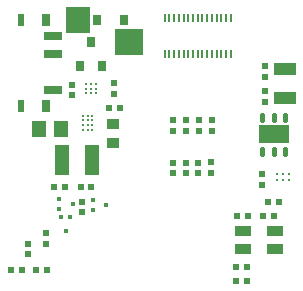
<source format=gbr>
G04 EAGLE Gerber RS-274X export*
G75*
%MOMM*%
%FSLAX34Y34*%
%LPD*%
%INSolderpaste Bottom*%
%IPPOS*%
%AMOC8*
5,1,8,0,0,1.08239X$1,22.5*%
G01*
%ADD10R,0.620000X0.620000*%
%ADD11R,1.000000X0.950000*%
%ADD12R,1.150000X1.450000*%
%ADD13R,2.489200X2.235200*%
%ADD14R,0.187963X0.685800*%
%ADD15R,1.308100X2.540000*%
%ADD16R,0.797459X0.900000*%
%ADD17R,0.350000X0.450000*%
%ADD18R,0.350000X0.350000*%
%ADD19R,0.450000X0.350000*%
%ADD20R,0.500000X0.500000*%
%ADD21R,1.500000X0.700000*%
%ADD22R,0.600000X1.000000*%
%ADD23R,0.800000X1.000000*%
%ADD24C,0.243841*%
%ADD25C,0.240031*%
%ADD26R,0.800000X0.900000*%
%ADD27R,2.500000X1.600000*%
%ADD28C,0.450000*%
%ADD29C,0.254000*%
%ADD30R,1.346200X0.812800*%
%ADD31R,1.905000X1.092200*%
%ADD32R,2.057400X2.235200*%


D10*
X178562Y147138D03*
X178562Y156138D03*
X17200Y29210D03*
X8200Y29210D03*
X199970Y75184D03*
X208970Y75184D03*
X221814Y75184D03*
X230814Y75184D03*
X223012Y180776D03*
X223012Y171776D03*
X223266Y192858D03*
X223266Y201858D03*
X59690Y186110D03*
X59690Y177110D03*
X95250Y187380D03*
X95250Y178380D03*
X220726Y110418D03*
X220726Y101418D03*
X234878Y86614D03*
X225878Y86614D03*
X156718Y147138D03*
X156718Y156138D03*
X167640Y147138D03*
X167640Y156138D03*
X145542Y147138D03*
X145542Y156138D03*
X177292Y120324D03*
X177292Y111324D03*
X166878Y120070D03*
X166878Y111070D03*
X145796Y120070D03*
X145796Y111070D03*
X156464Y120070D03*
X156464Y111070D03*
X91512Y166624D03*
X100512Y166624D03*
D11*
X94742Y153034D03*
X94742Y137034D03*
D12*
X50402Y148844D03*
X32402Y148844D03*
D13*
X107950Y222250D03*
D14*
X166370Y242697D03*
X162370Y242697D03*
X158370Y242697D03*
X154370Y242697D03*
X150370Y242697D03*
X146370Y242697D03*
X142370Y242697D03*
X138370Y242697D03*
X194370Y242697D03*
X190370Y242697D03*
X186370Y242697D03*
X182370Y242697D03*
X178370Y242697D03*
X174370Y242697D03*
X170370Y242697D03*
X166370Y211963D03*
X162370Y211963D03*
X158370Y211963D03*
X154370Y211963D03*
X150370Y211963D03*
X146370Y211963D03*
X142370Y211963D03*
X138370Y211963D03*
X194370Y211963D03*
X190370Y211963D03*
X186370Y211963D03*
X182370Y211963D03*
X178370Y211963D03*
X174370Y211963D03*
X170370Y211963D03*
D15*
X76835Y122174D03*
X51689Y122174D03*
D16*
X85700Y202090D03*
X76200Y222090D03*
X66700Y202090D03*
D17*
X60360Y85090D03*
D18*
X48860Y81090D03*
X48860Y89090D03*
D17*
X89062Y84074D03*
D18*
X77562Y80074D03*
X77562Y88074D03*
D19*
X54610Y62322D03*
D18*
X50610Y73822D03*
X58610Y73822D03*
D20*
X37846Y60380D03*
X37846Y51380D03*
X198700Y19812D03*
X207700Y19812D03*
X198700Y32004D03*
X207700Y32004D03*
X29790Y29210D03*
X38790Y29210D03*
X68580Y87050D03*
X68580Y78050D03*
X54030Y99314D03*
X45030Y99314D03*
X67382Y99568D03*
X76382Y99568D03*
X22860Y42490D03*
X22860Y51490D03*
D21*
X44170Y226970D03*
X44170Y211970D03*
X44170Y181970D03*
D22*
X16670Y240970D03*
D23*
X37670Y240970D03*
D22*
X16670Y167970D03*
D23*
X37670Y167970D03*
D24*
X77152Y147924D03*
X77152Y151924D03*
X77152Y155924D03*
X77152Y159924D03*
X73152Y147924D03*
X73152Y151924D03*
X73152Y155924D03*
X73152Y159924D03*
X69152Y147924D03*
X69152Y151924D03*
X69152Y155924D03*
X69152Y159924D03*
D25*
X72200Y186880D03*
X72200Y182880D03*
X72200Y178880D03*
X76200Y186880D03*
X76200Y182880D03*
X76200Y178880D03*
X80200Y186880D03*
X80200Y182880D03*
X80200Y178880D03*
D26*
X81210Y241300D03*
X104210Y241300D03*
D27*
X230632Y144018D03*
D28*
X230632Y156518D02*
X230632Y160518D01*
X230632Y131518D02*
X230632Y127518D01*
X240632Y156518D02*
X240632Y160518D01*
X220632Y160518D02*
X220632Y156518D01*
X220632Y131518D02*
X220632Y127518D01*
X240632Y127518D02*
X240632Y131518D01*
D29*
X233252Y105196D03*
X233252Y110196D03*
X238252Y105196D03*
X238252Y110196D03*
X243252Y105196D03*
X243252Y110196D03*
D30*
X204851Y47364D03*
X204851Y62364D03*
X232029Y62364D03*
X232029Y47364D03*
D31*
X240284Y175260D03*
X240284Y199644D03*
D32*
X65405Y240792D03*
M02*

</source>
